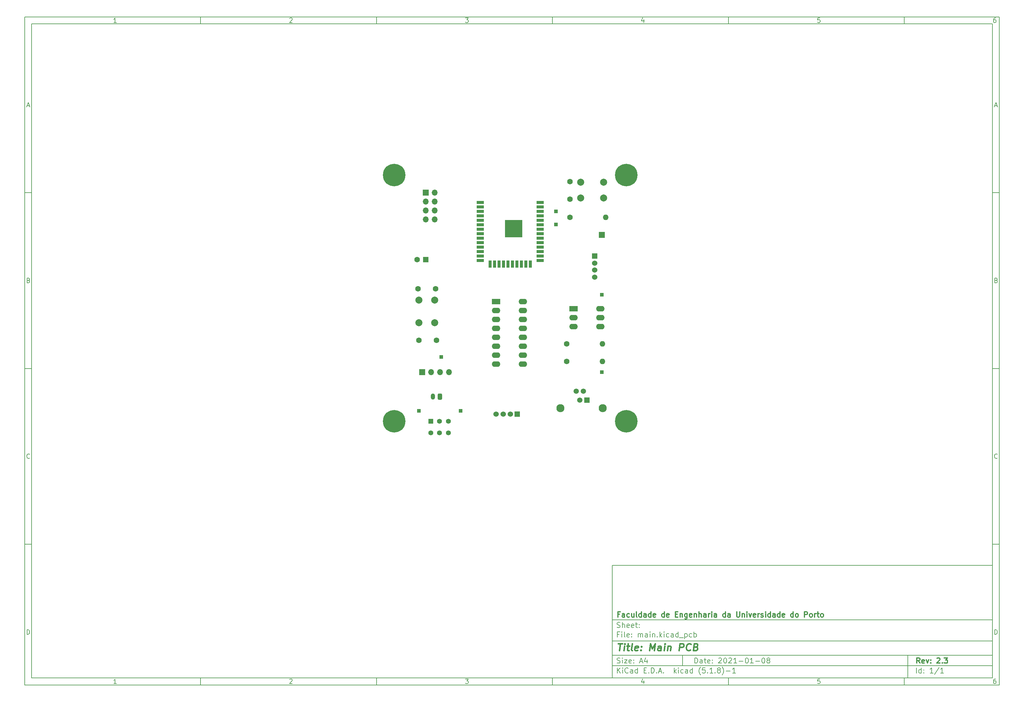
<source format=gbr>
%TF.GenerationSoftware,KiCad,Pcbnew,(5.1.8)-1*%
%TF.CreationDate,2021-01-08T10:56:16+00:00*%
%TF.ProjectId,main,6d61696e-2e6b-4696-9361-645f70636258,2.3*%
%TF.SameCoordinates,Original*%
%TF.FileFunction,Soldermask,Bot*%
%TF.FilePolarity,Negative*%
%FSLAX46Y46*%
G04 Gerber Fmt 4.6, Leading zero omitted, Abs format (unit mm)*
G04 Created by KiCad (PCBNEW (5.1.8)-1) date 2021-01-08 10:56:16*
%MOMM*%
%LPD*%
G01*
G04 APERTURE LIST*
%ADD10C,0.100000*%
%ADD11C,0.150000*%
%ADD12C,0.300000*%
%ADD13C,0.400000*%
%ADD14C,1.500000*%
%ADD15C,2.300000*%
%ADD16R,1.500000X1.500000*%
%ADD17C,1.524000*%
%ADD18R,1.524000X1.524000*%
%ADD19C,6.400000*%
%ADD20R,2.000000X0.900000*%
%ADD21R,0.900000X2.000000*%
%ADD22R,5.000000X5.000000*%
%ADD23O,2.400000X1.600000*%
%ADD24R,2.400000X1.600000*%
%ADD25C,2.000000*%
%ADD26O,1.600000X1.600000*%
%ADD27C,1.600000*%
%ADD28R,1.600000X1.600000*%
%ADD29R,1.000000X1.000000*%
%ADD30C,1.400000*%
%ADD31R,1.400000X1.400000*%
%ADD32O,1.700000X1.700000*%
%ADD33R,1.700000X1.700000*%
%ADD34O,1.200000X1.750000*%
G04 APERTURE END LIST*
D10*
D11*
X177002200Y-166007200D02*
X177002200Y-198007200D01*
X285002200Y-198007200D01*
X285002200Y-166007200D01*
X177002200Y-166007200D01*
D10*
D11*
X10000000Y-10000000D02*
X10000000Y-200007200D01*
X287002200Y-200007200D01*
X287002200Y-10000000D01*
X10000000Y-10000000D01*
D10*
D11*
X12000000Y-12000000D02*
X12000000Y-198007200D01*
X285002200Y-198007200D01*
X285002200Y-12000000D01*
X12000000Y-12000000D01*
D10*
D11*
X60000000Y-12000000D02*
X60000000Y-10000000D01*
D10*
D11*
X110000000Y-12000000D02*
X110000000Y-10000000D01*
D10*
D11*
X160000000Y-12000000D02*
X160000000Y-10000000D01*
D10*
D11*
X210000000Y-12000000D02*
X210000000Y-10000000D01*
D10*
D11*
X260000000Y-12000000D02*
X260000000Y-10000000D01*
D10*
D11*
X36065476Y-11588095D02*
X35322619Y-11588095D01*
X35694047Y-11588095D02*
X35694047Y-10288095D01*
X35570238Y-10473809D01*
X35446428Y-10597619D01*
X35322619Y-10659523D01*
D10*
D11*
X85322619Y-10411904D02*
X85384523Y-10350000D01*
X85508333Y-10288095D01*
X85817857Y-10288095D01*
X85941666Y-10350000D01*
X86003571Y-10411904D01*
X86065476Y-10535714D01*
X86065476Y-10659523D01*
X86003571Y-10845238D01*
X85260714Y-11588095D01*
X86065476Y-11588095D01*
D10*
D11*
X135260714Y-10288095D02*
X136065476Y-10288095D01*
X135632142Y-10783333D01*
X135817857Y-10783333D01*
X135941666Y-10845238D01*
X136003571Y-10907142D01*
X136065476Y-11030952D01*
X136065476Y-11340476D01*
X136003571Y-11464285D01*
X135941666Y-11526190D01*
X135817857Y-11588095D01*
X135446428Y-11588095D01*
X135322619Y-11526190D01*
X135260714Y-11464285D01*
D10*
D11*
X185941666Y-10721428D02*
X185941666Y-11588095D01*
X185632142Y-10226190D02*
X185322619Y-11154761D01*
X186127380Y-11154761D01*
D10*
D11*
X236003571Y-10288095D02*
X235384523Y-10288095D01*
X235322619Y-10907142D01*
X235384523Y-10845238D01*
X235508333Y-10783333D01*
X235817857Y-10783333D01*
X235941666Y-10845238D01*
X236003571Y-10907142D01*
X236065476Y-11030952D01*
X236065476Y-11340476D01*
X236003571Y-11464285D01*
X235941666Y-11526190D01*
X235817857Y-11588095D01*
X235508333Y-11588095D01*
X235384523Y-11526190D01*
X235322619Y-11464285D01*
D10*
D11*
X285941666Y-10288095D02*
X285694047Y-10288095D01*
X285570238Y-10350000D01*
X285508333Y-10411904D01*
X285384523Y-10597619D01*
X285322619Y-10845238D01*
X285322619Y-11340476D01*
X285384523Y-11464285D01*
X285446428Y-11526190D01*
X285570238Y-11588095D01*
X285817857Y-11588095D01*
X285941666Y-11526190D01*
X286003571Y-11464285D01*
X286065476Y-11340476D01*
X286065476Y-11030952D01*
X286003571Y-10907142D01*
X285941666Y-10845238D01*
X285817857Y-10783333D01*
X285570238Y-10783333D01*
X285446428Y-10845238D01*
X285384523Y-10907142D01*
X285322619Y-11030952D01*
D10*
D11*
X60000000Y-198007200D02*
X60000000Y-200007200D01*
D10*
D11*
X110000000Y-198007200D02*
X110000000Y-200007200D01*
D10*
D11*
X160000000Y-198007200D02*
X160000000Y-200007200D01*
D10*
D11*
X210000000Y-198007200D02*
X210000000Y-200007200D01*
D10*
D11*
X260000000Y-198007200D02*
X260000000Y-200007200D01*
D10*
D11*
X36065476Y-199595295D02*
X35322619Y-199595295D01*
X35694047Y-199595295D02*
X35694047Y-198295295D01*
X35570238Y-198481009D01*
X35446428Y-198604819D01*
X35322619Y-198666723D01*
D10*
D11*
X85322619Y-198419104D02*
X85384523Y-198357200D01*
X85508333Y-198295295D01*
X85817857Y-198295295D01*
X85941666Y-198357200D01*
X86003571Y-198419104D01*
X86065476Y-198542914D01*
X86065476Y-198666723D01*
X86003571Y-198852438D01*
X85260714Y-199595295D01*
X86065476Y-199595295D01*
D10*
D11*
X135260714Y-198295295D02*
X136065476Y-198295295D01*
X135632142Y-198790533D01*
X135817857Y-198790533D01*
X135941666Y-198852438D01*
X136003571Y-198914342D01*
X136065476Y-199038152D01*
X136065476Y-199347676D01*
X136003571Y-199471485D01*
X135941666Y-199533390D01*
X135817857Y-199595295D01*
X135446428Y-199595295D01*
X135322619Y-199533390D01*
X135260714Y-199471485D01*
D10*
D11*
X185941666Y-198728628D02*
X185941666Y-199595295D01*
X185632142Y-198233390D02*
X185322619Y-199161961D01*
X186127380Y-199161961D01*
D10*
D11*
X236003571Y-198295295D02*
X235384523Y-198295295D01*
X235322619Y-198914342D01*
X235384523Y-198852438D01*
X235508333Y-198790533D01*
X235817857Y-198790533D01*
X235941666Y-198852438D01*
X236003571Y-198914342D01*
X236065476Y-199038152D01*
X236065476Y-199347676D01*
X236003571Y-199471485D01*
X235941666Y-199533390D01*
X235817857Y-199595295D01*
X235508333Y-199595295D01*
X235384523Y-199533390D01*
X235322619Y-199471485D01*
D10*
D11*
X285941666Y-198295295D02*
X285694047Y-198295295D01*
X285570238Y-198357200D01*
X285508333Y-198419104D01*
X285384523Y-198604819D01*
X285322619Y-198852438D01*
X285322619Y-199347676D01*
X285384523Y-199471485D01*
X285446428Y-199533390D01*
X285570238Y-199595295D01*
X285817857Y-199595295D01*
X285941666Y-199533390D01*
X286003571Y-199471485D01*
X286065476Y-199347676D01*
X286065476Y-199038152D01*
X286003571Y-198914342D01*
X285941666Y-198852438D01*
X285817857Y-198790533D01*
X285570238Y-198790533D01*
X285446428Y-198852438D01*
X285384523Y-198914342D01*
X285322619Y-199038152D01*
D10*
D11*
X10000000Y-60000000D02*
X12000000Y-60000000D01*
D10*
D11*
X10000000Y-110000000D02*
X12000000Y-110000000D01*
D10*
D11*
X10000000Y-160000000D02*
X12000000Y-160000000D01*
D10*
D11*
X10690476Y-35216666D02*
X11309523Y-35216666D01*
X10566666Y-35588095D02*
X11000000Y-34288095D01*
X11433333Y-35588095D01*
D10*
D11*
X11092857Y-84907142D02*
X11278571Y-84969047D01*
X11340476Y-85030952D01*
X11402380Y-85154761D01*
X11402380Y-85340476D01*
X11340476Y-85464285D01*
X11278571Y-85526190D01*
X11154761Y-85588095D01*
X10659523Y-85588095D01*
X10659523Y-84288095D01*
X11092857Y-84288095D01*
X11216666Y-84350000D01*
X11278571Y-84411904D01*
X11340476Y-84535714D01*
X11340476Y-84659523D01*
X11278571Y-84783333D01*
X11216666Y-84845238D01*
X11092857Y-84907142D01*
X10659523Y-84907142D01*
D10*
D11*
X11402380Y-135464285D02*
X11340476Y-135526190D01*
X11154761Y-135588095D01*
X11030952Y-135588095D01*
X10845238Y-135526190D01*
X10721428Y-135402380D01*
X10659523Y-135278571D01*
X10597619Y-135030952D01*
X10597619Y-134845238D01*
X10659523Y-134597619D01*
X10721428Y-134473809D01*
X10845238Y-134350000D01*
X11030952Y-134288095D01*
X11154761Y-134288095D01*
X11340476Y-134350000D01*
X11402380Y-134411904D01*
D10*
D11*
X10659523Y-185588095D02*
X10659523Y-184288095D01*
X10969047Y-184288095D01*
X11154761Y-184350000D01*
X11278571Y-184473809D01*
X11340476Y-184597619D01*
X11402380Y-184845238D01*
X11402380Y-185030952D01*
X11340476Y-185278571D01*
X11278571Y-185402380D01*
X11154761Y-185526190D01*
X10969047Y-185588095D01*
X10659523Y-185588095D01*
D10*
D11*
X287002200Y-60000000D02*
X285002200Y-60000000D01*
D10*
D11*
X287002200Y-110000000D02*
X285002200Y-110000000D01*
D10*
D11*
X287002200Y-160000000D02*
X285002200Y-160000000D01*
D10*
D11*
X285692676Y-35216666D02*
X286311723Y-35216666D01*
X285568866Y-35588095D02*
X286002200Y-34288095D01*
X286435533Y-35588095D01*
D10*
D11*
X286095057Y-84907142D02*
X286280771Y-84969047D01*
X286342676Y-85030952D01*
X286404580Y-85154761D01*
X286404580Y-85340476D01*
X286342676Y-85464285D01*
X286280771Y-85526190D01*
X286156961Y-85588095D01*
X285661723Y-85588095D01*
X285661723Y-84288095D01*
X286095057Y-84288095D01*
X286218866Y-84350000D01*
X286280771Y-84411904D01*
X286342676Y-84535714D01*
X286342676Y-84659523D01*
X286280771Y-84783333D01*
X286218866Y-84845238D01*
X286095057Y-84907142D01*
X285661723Y-84907142D01*
D10*
D11*
X286404580Y-135464285D02*
X286342676Y-135526190D01*
X286156961Y-135588095D01*
X286033152Y-135588095D01*
X285847438Y-135526190D01*
X285723628Y-135402380D01*
X285661723Y-135278571D01*
X285599819Y-135030952D01*
X285599819Y-134845238D01*
X285661723Y-134597619D01*
X285723628Y-134473809D01*
X285847438Y-134350000D01*
X286033152Y-134288095D01*
X286156961Y-134288095D01*
X286342676Y-134350000D01*
X286404580Y-134411904D01*
D10*
D11*
X285661723Y-185588095D02*
X285661723Y-184288095D01*
X285971247Y-184288095D01*
X286156961Y-184350000D01*
X286280771Y-184473809D01*
X286342676Y-184597619D01*
X286404580Y-184845238D01*
X286404580Y-185030952D01*
X286342676Y-185278571D01*
X286280771Y-185402380D01*
X286156961Y-185526190D01*
X285971247Y-185588095D01*
X285661723Y-185588095D01*
D10*
D11*
X200434342Y-193785771D02*
X200434342Y-192285771D01*
X200791485Y-192285771D01*
X201005771Y-192357200D01*
X201148628Y-192500057D01*
X201220057Y-192642914D01*
X201291485Y-192928628D01*
X201291485Y-193142914D01*
X201220057Y-193428628D01*
X201148628Y-193571485D01*
X201005771Y-193714342D01*
X200791485Y-193785771D01*
X200434342Y-193785771D01*
X202577200Y-193785771D02*
X202577200Y-193000057D01*
X202505771Y-192857200D01*
X202362914Y-192785771D01*
X202077200Y-192785771D01*
X201934342Y-192857200D01*
X202577200Y-193714342D02*
X202434342Y-193785771D01*
X202077200Y-193785771D01*
X201934342Y-193714342D01*
X201862914Y-193571485D01*
X201862914Y-193428628D01*
X201934342Y-193285771D01*
X202077200Y-193214342D01*
X202434342Y-193214342D01*
X202577200Y-193142914D01*
X203077200Y-192785771D02*
X203648628Y-192785771D01*
X203291485Y-192285771D02*
X203291485Y-193571485D01*
X203362914Y-193714342D01*
X203505771Y-193785771D01*
X203648628Y-193785771D01*
X204720057Y-193714342D02*
X204577200Y-193785771D01*
X204291485Y-193785771D01*
X204148628Y-193714342D01*
X204077200Y-193571485D01*
X204077200Y-193000057D01*
X204148628Y-192857200D01*
X204291485Y-192785771D01*
X204577200Y-192785771D01*
X204720057Y-192857200D01*
X204791485Y-193000057D01*
X204791485Y-193142914D01*
X204077200Y-193285771D01*
X205434342Y-193642914D02*
X205505771Y-193714342D01*
X205434342Y-193785771D01*
X205362914Y-193714342D01*
X205434342Y-193642914D01*
X205434342Y-193785771D01*
X205434342Y-192857200D02*
X205505771Y-192928628D01*
X205434342Y-193000057D01*
X205362914Y-192928628D01*
X205434342Y-192857200D01*
X205434342Y-193000057D01*
X207220057Y-192428628D02*
X207291485Y-192357200D01*
X207434342Y-192285771D01*
X207791485Y-192285771D01*
X207934342Y-192357200D01*
X208005771Y-192428628D01*
X208077200Y-192571485D01*
X208077200Y-192714342D01*
X208005771Y-192928628D01*
X207148628Y-193785771D01*
X208077200Y-193785771D01*
X209005771Y-192285771D02*
X209148628Y-192285771D01*
X209291485Y-192357200D01*
X209362914Y-192428628D01*
X209434342Y-192571485D01*
X209505771Y-192857200D01*
X209505771Y-193214342D01*
X209434342Y-193500057D01*
X209362914Y-193642914D01*
X209291485Y-193714342D01*
X209148628Y-193785771D01*
X209005771Y-193785771D01*
X208862914Y-193714342D01*
X208791485Y-193642914D01*
X208720057Y-193500057D01*
X208648628Y-193214342D01*
X208648628Y-192857200D01*
X208720057Y-192571485D01*
X208791485Y-192428628D01*
X208862914Y-192357200D01*
X209005771Y-192285771D01*
X210077200Y-192428628D02*
X210148628Y-192357200D01*
X210291485Y-192285771D01*
X210648628Y-192285771D01*
X210791485Y-192357200D01*
X210862914Y-192428628D01*
X210934342Y-192571485D01*
X210934342Y-192714342D01*
X210862914Y-192928628D01*
X210005771Y-193785771D01*
X210934342Y-193785771D01*
X212362914Y-193785771D02*
X211505771Y-193785771D01*
X211934342Y-193785771D02*
X211934342Y-192285771D01*
X211791485Y-192500057D01*
X211648628Y-192642914D01*
X211505771Y-192714342D01*
X213005771Y-193214342D02*
X214148628Y-193214342D01*
X215148628Y-192285771D02*
X215291485Y-192285771D01*
X215434342Y-192357200D01*
X215505771Y-192428628D01*
X215577200Y-192571485D01*
X215648628Y-192857200D01*
X215648628Y-193214342D01*
X215577200Y-193500057D01*
X215505771Y-193642914D01*
X215434342Y-193714342D01*
X215291485Y-193785771D01*
X215148628Y-193785771D01*
X215005771Y-193714342D01*
X214934342Y-193642914D01*
X214862914Y-193500057D01*
X214791485Y-193214342D01*
X214791485Y-192857200D01*
X214862914Y-192571485D01*
X214934342Y-192428628D01*
X215005771Y-192357200D01*
X215148628Y-192285771D01*
X217077200Y-193785771D02*
X216220057Y-193785771D01*
X216648628Y-193785771D02*
X216648628Y-192285771D01*
X216505771Y-192500057D01*
X216362914Y-192642914D01*
X216220057Y-192714342D01*
X217720057Y-193214342D02*
X218862914Y-193214342D01*
X219862914Y-192285771D02*
X220005771Y-192285771D01*
X220148628Y-192357200D01*
X220220057Y-192428628D01*
X220291485Y-192571485D01*
X220362914Y-192857200D01*
X220362914Y-193214342D01*
X220291485Y-193500057D01*
X220220057Y-193642914D01*
X220148628Y-193714342D01*
X220005771Y-193785771D01*
X219862914Y-193785771D01*
X219720057Y-193714342D01*
X219648628Y-193642914D01*
X219577200Y-193500057D01*
X219505771Y-193214342D01*
X219505771Y-192857200D01*
X219577200Y-192571485D01*
X219648628Y-192428628D01*
X219720057Y-192357200D01*
X219862914Y-192285771D01*
X221220057Y-192928628D02*
X221077200Y-192857200D01*
X221005771Y-192785771D01*
X220934342Y-192642914D01*
X220934342Y-192571485D01*
X221005771Y-192428628D01*
X221077200Y-192357200D01*
X221220057Y-192285771D01*
X221505771Y-192285771D01*
X221648628Y-192357200D01*
X221720057Y-192428628D01*
X221791485Y-192571485D01*
X221791485Y-192642914D01*
X221720057Y-192785771D01*
X221648628Y-192857200D01*
X221505771Y-192928628D01*
X221220057Y-192928628D01*
X221077200Y-193000057D01*
X221005771Y-193071485D01*
X220934342Y-193214342D01*
X220934342Y-193500057D01*
X221005771Y-193642914D01*
X221077200Y-193714342D01*
X221220057Y-193785771D01*
X221505771Y-193785771D01*
X221648628Y-193714342D01*
X221720057Y-193642914D01*
X221791485Y-193500057D01*
X221791485Y-193214342D01*
X221720057Y-193071485D01*
X221648628Y-193000057D01*
X221505771Y-192928628D01*
D10*
D11*
X177002200Y-194507200D02*
X285002200Y-194507200D01*
D10*
D11*
X178434342Y-196585771D02*
X178434342Y-195085771D01*
X179291485Y-196585771D02*
X178648628Y-195728628D01*
X179291485Y-195085771D02*
X178434342Y-195942914D01*
X179934342Y-196585771D02*
X179934342Y-195585771D01*
X179934342Y-195085771D02*
X179862914Y-195157200D01*
X179934342Y-195228628D01*
X180005771Y-195157200D01*
X179934342Y-195085771D01*
X179934342Y-195228628D01*
X181505771Y-196442914D02*
X181434342Y-196514342D01*
X181220057Y-196585771D01*
X181077200Y-196585771D01*
X180862914Y-196514342D01*
X180720057Y-196371485D01*
X180648628Y-196228628D01*
X180577200Y-195942914D01*
X180577200Y-195728628D01*
X180648628Y-195442914D01*
X180720057Y-195300057D01*
X180862914Y-195157200D01*
X181077200Y-195085771D01*
X181220057Y-195085771D01*
X181434342Y-195157200D01*
X181505771Y-195228628D01*
X182791485Y-196585771D02*
X182791485Y-195800057D01*
X182720057Y-195657200D01*
X182577200Y-195585771D01*
X182291485Y-195585771D01*
X182148628Y-195657200D01*
X182791485Y-196514342D02*
X182648628Y-196585771D01*
X182291485Y-196585771D01*
X182148628Y-196514342D01*
X182077200Y-196371485D01*
X182077200Y-196228628D01*
X182148628Y-196085771D01*
X182291485Y-196014342D01*
X182648628Y-196014342D01*
X182791485Y-195942914D01*
X184148628Y-196585771D02*
X184148628Y-195085771D01*
X184148628Y-196514342D02*
X184005771Y-196585771D01*
X183720057Y-196585771D01*
X183577200Y-196514342D01*
X183505771Y-196442914D01*
X183434342Y-196300057D01*
X183434342Y-195871485D01*
X183505771Y-195728628D01*
X183577200Y-195657200D01*
X183720057Y-195585771D01*
X184005771Y-195585771D01*
X184148628Y-195657200D01*
X186005771Y-195800057D02*
X186505771Y-195800057D01*
X186720057Y-196585771D02*
X186005771Y-196585771D01*
X186005771Y-195085771D01*
X186720057Y-195085771D01*
X187362914Y-196442914D02*
X187434342Y-196514342D01*
X187362914Y-196585771D01*
X187291485Y-196514342D01*
X187362914Y-196442914D01*
X187362914Y-196585771D01*
X188077200Y-196585771D02*
X188077200Y-195085771D01*
X188434342Y-195085771D01*
X188648628Y-195157200D01*
X188791485Y-195300057D01*
X188862914Y-195442914D01*
X188934342Y-195728628D01*
X188934342Y-195942914D01*
X188862914Y-196228628D01*
X188791485Y-196371485D01*
X188648628Y-196514342D01*
X188434342Y-196585771D01*
X188077200Y-196585771D01*
X189577200Y-196442914D02*
X189648628Y-196514342D01*
X189577200Y-196585771D01*
X189505771Y-196514342D01*
X189577200Y-196442914D01*
X189577200Y-196585771D01*
X190220057Y-196157200D02*
X190934342Y-196157200D01*
X190077200Y-196585771D02*
X190577200Y-195085771D01*
X191077200Y-196585771D01*
X191577200Y-196442914D02*
X191648628Y-196514342D01*
X191577200Y-196585771D01*
X191505771Y-196514342D01*
X191577200Y-196442914D01*
X191577200Y-196585771D01*
X194577200Y-196585771D02*
X194577200Y-195085771D01*
X194720057Y-196014342D02*
X195148628Y-196585771D01*
X195148628Y-195585771D02*
X194577200Y-196157200D01*
X195791485Y-196585771D02*
X195791485Y-195585771D01*
X195791485Y-195085771D02*
X195720057Y-195157200D01*
X195791485Y-195228628D01*
X195862914Y-195157200D01*
X195791485Y-195085771D01*
X195791485Y-195228628D01*
X197148628Y-196514342D02*
X197005771Y-196585771D01*
X196720057Y-196585771D01*
X196577200Y-196514342D01*
X196505771Y-196442914D01*
X196434342Y-196300057D01*
X196434342Y-195871485D01*
X196505771Y-195728628D01*
X196577200Y-195657200D01*
X196720057Y-195585771D01*
X197005771Y-195585771D01*
X197148628Y-195657200D01*
X198434342Y-196585771D02*
X198434342Y-195800057D01*
X198362914Y-195657200D01*
X198220057Y-195585771D01*
X197934342Y-195585771D01*
X197791485Y-195657200D01*
X198434342Y-196514342D02*
X198291485Y-196585771D01*
X197934342Y-196585771D01*
X197791485Y-196514342D01*
X197720057Y-196371485D01*
X197720057Y-196228628D01*
X197791485Y-196085771D01*
X197934342Y-196014342D01*
X198291485Y-196014342D01*
X198434342Y-195942914D01*
X199791485Y-196585771D02*
X199791485Y-195085771D01*
X199791485Y-196514342D02*
X199648628Y-196585771D01*
X199362914Y-196585771D01*
X199220057Y-196514342D01*
X199148628Y-196442914D01*
X199077200Y-196300057D01*
X199077200Y-195871485D01*
X199148628Y-195728628D01*
X199220057Y-195657200D01*
X199362914Y-195585771D01*
X199648628Y-195585771D01*
X199791485Y-195657200D01*
X202077200Y-197157200D02*
X202005771Y-197085771D01*
X201862914Y-196871485D01*
X201791485Y-196728628D01*
X201720057Y-196514342D01*
X201648628Y-196157200D01*
X201648628Y-195871485D01*
X201720057Y-195514342D01*
X201791485Y-195300057D01*
X201862914Y-195157200D01*
X202005771Y-194942914D01*
X202077200Y-194871485D01*
X203362914Y-195085771D02*
X202648628Y-195085771D01*
X202577200Y-195800057D01*
X202648628Y-195728628D01*
X202791485Y-195657200D01*
X203148628Y-195657200D01*
X203291485Y-195728628D01*
X203362914Y-195800057D01*
X203434342Y-195942914D01*
X203434342Y-196300057D01*
X203362914Y-196442914D01*
X203291485Y-196514342D01*
X203148628Y-196585771D01*
X202791485Y-196585771D01*
X202648628Y-196514342D01*
X202577200Y-196442914D01*
X204077200Y-196442914D02*
X204148628Y-196514342D01*
X204077200Y-196585771D01*
X204005771Y-196514342D01*
X204077200Y-196442914D01*
X204077200Y-196585771D01*
X205577200Y-196585771D02*
X204720057Y-196585771D01*
X205148628Y-196585771D02*
X205148628Y-195085771D01*
X205005771Y-195300057D01*
X204862914Y-195442914D01*
X204720057Y-195514342D01*
X206220057Y-196442914D02*
X206291485Y-196514342D01*
X206220057Y-196585771D01*
X206148628Y-196514342D01*
X206220057Y-196442914D01*
X206220057Y-196585771D01*
X207148628Y-195728628D02*
X207005771Y-195657200D01*
X206934342Y-195585771D01*
X206862914Y-195442914D01*
X206862914Y-195371485D01*
X206934342Y-195228628D01*
X207005771Y-195157200D01*
X207148628Y-195085771D01*
X207434342Y-195085771D01*
X207577200Y-195157200D01*
X207648628Y-195228628D01*
X207720057Y-195371485D01*
X207720057Y-195442914D01*
X207648628Y-195585771D01*
X207577200Y-195657200D01*
X207434342Y-195728628D01*
X207148628Y-195728628D01*
X207005771Y-195800057D01*
X206934342Y-195871485D01*
X206862914Y-196014342D01*
X206862914Y-196300057D01*
X206934342Y-196442914D01*
X207005771Y-196514342D01*
X207148628Y-196585771D01*
X207434342Y-196585771D01*
X207577200Y-196514342D01*
X207648628Y-196442914D01*
X207720057Y-196300057D01*
X207720057Y-196014342D01*
X207648628Y-195871485D01*
X207577200Y-195800057D01*
X207434342Y-195728628D01*
X208220057Y-197157200D02*
X208291485Y-197085771D01*
X208434342Y-196871485D01*
X208505771Y-196728628D01*
X208577200Y-196514342D01*
X208648628Y-196157200D01*
X208648628Y-195871485D01*
X208577200Y-195514342D01*
X208505771Y-195300057D01*
X208434342Y-195157200D01*
X208291485Y-194942914D01*
X208220057Y-194871485D01*
X209362914Y-196014342D02*
X210505771Y-196014342D01*
X212005771Y-196585771D02*
X211148628Y-196585771D01*
X211577200Y-196585771D02*
X211577200Y-195085771D01*
X211434342Y-195300057D01*
X211291485Y-195442914D01*
X211148628Y-195514342D01*
D10*
D11*
X177002200Y-191507200D02*
X285002200Y-191507200D01*
D10*
D12*
X264411485Y-193785771D02*
X263911485Y-193071485D01*
X263554342Y-193785771D02*
X263554342Y-192285771D01*
X264125771Y-192285771D01*
X264268628Y-192357200D01*
X264340057Y-192428628D01*
X264411485Y-192571485D01*
X264411485Y-192785771D01*
X264340057Y-192928628D01*
X264268628Y-193000057D01*
X264125771Y-193071485D01*
X263554342Y-193071485D01*
X265625771Y-193714342D02*
X265482914Y-193785771D01*
X265197200Y-193785771D01*
X265054342Y-193714342D01*
X264982914Y-193571485D01*
X264982914Y-193000057D01*
X265054342Y-192857200D01*
X265197200Y-192785771D01*
X265482914Y-192785771D01*
X265625771Y-192857200D01*
X265697200Y-193000057D01*
X265697200Y-193142914D01*
X264982914Y-193285771D01*
X266197200Y-192785771D02*
X266554342Y-193785771D01*
X266911485Y-192785771D01*
X267482914Y-193642914D02*
X267554342Y-193714342D01*
X267482914Y-193785771D01*
X267411485Y-193714342D01*
X267482914Y-193642914D01*
X267482914Y-193785771D01*
X267482914Y-192857200D02*
X267554342Y-192928628D01*
X267482914Y-193000057D01*
X267411485Y-192928628D01*
X267482914Y-192857200D01*
X267482914Y-193000057D01*
X269268628Y-192428628D02*
X269340057Y-192357200D01*
X269482914Y-192285771D01*
X269840057Y-192285771D01*
X269982914Y-192357200D01*
X270054342Y-192428628D01*
X270125771Y-192571485D01*
X270125771Y-192714342D01*
X270054342Y-192928628D01*
X269197200Y-193785771D01*
X270125771Y-193785771D01*
X270768628Y-193642914D02*
X270840057Y-193714342D01*
X270768628Y-193785771D01*
X270697200Y-193714342D01*
X270768628Y-193642914D01*
X270768628Y-193785771D01*
X271340057Y-192285771D02*
X272268628Y-192285771D01*
X271768628Y-192857200D01*
X271982914Y-192857200D01*
X272125771Y-192928628D01*
X272197200Y-193000057D01*
X272268628Y-193142914D01*
X272268628Y-193500057D01*
X272197200Y-193642914D01*
X272125771Y-193714342D01*
X271982914Y-193785771D01*
X271554342Y-193785771D01*
X271411485Y-193714342D01*
X271340057Y-193642914D01*
D10*
D11*
X178362914Y-193714342D02*
X178577200Y-193785771D01*
X178934342Y-193785771D01*
X179077200Y-193714342D01*
X179148628Y-193642914D01*
X179220057Y-193500057D01*
X179220057Y-193357200D01*
X179148628Y-193214342D01*
X179077200Y-193142914D01*
X178934342Y-193071485D01*
X178648628Y-193000057D01*
X178505771Y-192928628D01*
X178434342Y-192857200D01*
X178362914Y-192714342D01*
X178362914Y-192571485D01*
X178434342Y-192428628D01*
X178505771Y-192357200D01*
X178648628Y-192285771D01*
X179005771Y-192285771D01*
X179220057Y-192357200D01*
X179862914Y-193785771D02*
X179862914Y-192785771D01*
X179862914Y-192285771D02*
X179791485Y-192357200D01*
X179862914Y-192428628D01*
X179934342Y-192357200D01*
X179862914Y-192285771D01*
X179862914Y-192428628D01*
X180434342Y-192785771D02*
X181220057Y-192785771D01*
X180434342Y-193785771D01*
X181220057Y-193785771D01*
X182362914Y-193714342D02*
X182220057Y-193785771D01*
X181934342Y-193785771D01*
X181791485Y-193714342D01*
X181720057Y-193571485D01*
X181720057Y-193000057D01*
X181791485Y-192857200D01*
X181934342Y-192785771D01*
X182220057Y-192785771D01*
X182362914Y-192857200D01*
X182434342Y-193000057D01*
X182434342Y-193142914D01*
X181720057Y-193285771D01*
X183077200Y-193642914D02*
X183148628Y-193714342D01*
X183077200Y-193785771D01*
X183005771Y-193714342D01*
X183077200Y-193642914D01*
X183077200Y-193785771D01*
X183077200Y-192857200D02*
X183148628Y-192928628D01*
X183077200Y-193000057D01*
X183005771Y-192928628D01*
X183077200Y-192857200D01*
X183077200Y-193000057D01*
X184862914Y-193357200D02*
X185577200Y-193357200D01*
X184720057Y-193785771D02*
X185220057Y-192285771D01*
X185720057Y-193785771D01*
X186862914Y-192785771D02*
X186862914Y-193785771D01*
X186505771Y-192214342D02*
X186148628Y-193285771D01*
X187077200Y-193285771D01*
D10*
D11*
X263434342Y-196585771D02*
X263434342Y-195085771D01*
X264791485Y-196585771D02*
X264791485Y-195085771D01*
X264791485Y-196514342D02*
X264648628Y-196585771D01*
X264362914Y-196585771D01*
X264220057Y-196514342D01*
X264148628Y-196442914D01*
X264077200Y-196300057D01*
X264077200Y-195871485D01*
X264148628Y-195728628D01*
X264220057Y-195657200D01*
X264362914Y-195585771D01*
X264648628Y-195585771D01*
X264791485Y-195657200D01*
X265505771Y-196442914D02*
X265577200Y-196514342D01*
X265505771Y-196585771D01*
X265434342Y-196514342D01*
X265505771Y-196442914D01*
X265505771Y-196585771D01*
X265505771Y-195657200D02*
X265577200Y-195728628D01*
X265505771Y-195800057D01*
X265434342Y-195728628D01*
X265505771Y-195657200D01*
X265505771Y-195800057D01*
X268148628Y-196585771D02*
X267291485Y-196585771D01*
X267720057Y-196585771D02*
X267720057Y-195085771D01*
X267577200Y-195300057D01*
X267434342Y-195442914D01*
X267291485Y-195514342D01*
X269862914Y-195014342D02*
X268577200Y-196942914D01*
X271148628Y-196585771D02*
X270291485Y-196585771D01*
X270720057Y-196585771D02*
X270720057Y-195085771D01*
X270577200Y-195300057D01*
X270434342Y-195442914D01*
X270291485Y-195514342D01*
D10*
D11*
X177002200Y-187507200D02*
X285002200Y-187507200D01*
D10*
D13*
X178714580Y-188211961D02*
X179857438Y-188211961D01*
X179036009Y-190211961D02*
X179286009Y-188211961D01*
X180274104Y-190211961D02*
X180440771Y-188878628D01*
X180524104Y-188211961D02*
X180416961Y-188307200D01*
X180500295Y-188402438D01*
X180607438Y-188307200D01*
X180524104Y-188211961D01*
X180500295Y-188402438D01*
X181107438Y-188878628D02*
X181869342Y-188878628D01*
X181476485Y-188211961D02*
X181262200Y-189926247D01*
X181333628Y-190116723D01*
X181512200Y-190211961D01*
X181702676Y-190211961D01*
X182655057Y-190211961D02*
X182476485Y-190116723D01*
X182405057Y-189926247D01*
X182619342Y-188211961D01*
X184190771Y-190116723D02*
X183988390Y-190211961D01*
X183607438Y-190211961D01*
X183428866Y-190116723D01*
X183357438Y-189926247D01*
X183452676Y-189164342D01*
X183571723Y-188973866D01*
X183774104Y-188878628D01*
X184155057Y-188878628D01*
X184333628Y-188973866D01*
X184405057Y-189164342D01*
X184381247Y-189354819D01*
X183405057Y-189545295D01*
X185155057Y-190021485D02*
X185238390Y-190116723D01*
X185131247Y-190211961D01*
X185047914Y-190116723D01*
X185155057Y-190021485D01*
X185131247Y-190211961D01*
X185286009Y-188973866D02*
X185369342Y-189069104D01*
X185262200Y-189164342D01*
X185178866Y-189069104D01*
X185286009Y-188973866D01*
X185262200Y-189164342D01*
X187607438Y-190211961D02*
X187857438Y-188211961D01*
X188345533Y-189640533D01*
X189190771Y-188211961D01*
X188940771Y-190211961D01*
X190750295Y-190211961D02*
X190881247Y-189164342D01*
X190809819Y-188973866D01*
X190631247Y-188878628D01*
X190250295Y-188878628D01*
X190047914Y-188973866D01*
X190762200Y-190116723D02*
X190559819Y-190211961D01*
X190083628Y-190211961D01*
X189905057Y-190116723D01*
X189833628Y-189926247D01*
X189857438Y-189735771D01*
X189976485Y-189545295D01*
X190178866Y-189450057D01*
X190655057Y-189450057D01*
X190857438Y-189354819D01*
X191702676Y-190211961D02*
X191869342Y-188878628D01*
X191952676Y-188211961D02*
X191845533Y-188307200D01*
X191928866Y-188402438D01*
X192036009Y-188307200D01*
X191952676Y-188211961D01*
X191928866Y-188402438D01*
X192821723Y-188878628D02*
X192655057Y-190211961D01*
X192797914Y-189069104D02*
X192905057Y-188973866D01*
X193107438Y-188878628D01*
X193393152Y-188878628D01*
X193571723Y-188973866D01*
X193643152Y-189164342D01*
X193512200Y-190211961D01*
X195988390Y-190211961D02*
X196238390Y-188211961D01*
X197000295Y-188211961D01*
X197178866Y-188307200D01*
X197262200Y-188402438D01*
X197333628Y-188592914D01*
X197297914Y-188878628D01*
X197178866Y-189069104D01*
X197071723Y-189164342D01*
X196869342Y-189259580D01*
X196107438Y-189259580D01*
X199155057Y-190021485D02*
X199047914Y-190116723D01*
X198750295Y-190211961D01*
X198559819Y-190211961D01*
X198286009Y-190116723D01*
X198119342Y-189926247D01*
X198047914Y-189735771D01*
X198000295Y-189354819D01*
X198036009Y-189069104D01*
X198178866Y-188688152D01*
X198297914Y-188497676D01*
X198512200Y-188307200D01*
X198809819Y-188211961D01*
X199000295Y-188211961D01*
X199274104Y-188307200D01*
X199357438Y-188402438D01*
X200786009Y-189164342D02*
X201059819Y-189259580D01*
X201143152Y-189354819D01*
X201214580Y-189545295D01*
X201178866Y-189831009D01*
X201059819Y-190021485D01*
X200952676Y-190116723D01*
X200750295Y-190211961D01*
X199988390Y-190211961D01*
X200238390Y-188211961D01*
X200905057Y-188211961D01*
X201083628Y-188307200D01*
X201166961Y-188402438D01*
X201238390Y-188592914D01*
X201214580Y-188783390D01*
X201095533Y-188973866D01*
X200988390Y-189069104D01*
X200786009Y-189164342D01*
X200119342Y-189164342D01*
D10*
D11*
X178934342Y-185600057D02*
X178434342Y-185600057D01*
X178434342Y-186385771D02*
X178434342Y-184885771D01*
X179148628Y-184885771D01*
X179720057Y-186385771D02*
X179720057Y-185385771D01*
X179720057Y-184885771D02*
X179648628Y-184957200D01*
X179720057Y-185028628D01*
X179791485Y-184957200D01*
X179720057Y-184885771D01*
X179720057Y-185028628D01*
X180648628Y-186385771D02*
X180505771Y-186314342D01*
X180434342Y-186171485D01*
X180434342Y-184885771D01*
X181791485Y-186314342D02*
X181648628Y-186385771D01*
X181362914Y-186385771D01*
X181220057Y-186314342D01*
X181148628Y-186171485D01*
X181148628Y-185600057D01*
X181220057Y-185457200D01*
X181362914Y-185385771D01*
X181648628Y-185385771D01*
X181791485Y-185457200D01*
X181862914Y-185600057D01*
X181862914Y-185742914D01*
X181148628Y-185885771D01*
X182505771Y-186242914D02*
X182577200Y-186314342D01*
X182505771Y-186385771D01*
X182434342Y-186314342D01*
X182505771Y-186242914D01*
X182505771Y-186385771D01*
X182505771Y-185457200D02*
X182577200Y-185528628D01*
X182505771Y-185600057D01*
X182434342Y-185528628D01*
X182505771Y-185457200D01*
X182505771Y-185600057D01*
X184362914Y-186385771D02*
X184362914Y-185385771D01*
X184362914Y-185528628D02*
X184434342Y-185457200D01*
X184577200Y-185385771D01*
X184791485Y-185385771D01*
X184934342Y-185457200D01*
X185005771Y-185600057D01*
X185005771Y-186385771D01*
X185005771Y-185600057D02*
X185077200Y-185457200D01*
X185220057Y-185385771D01*
X185434342Y-185385771D01*
X185577200Y-185457200D01*
X185648628Y-185600057D01*
X185648628Y-186385771D01*
X187005771Y-186385771D02*
X187005771Y-185600057D01*
X186934342Y-185457200D01*
X186791485Y-185385771D01*
X186505771Y-185385771D01*
X186362914Y-185457200D01*
X187005771Y-186314342D02*
X186862914Y-186385771D01*
X186505771Y-186385771D01*
X186362914Y-186314342D01*
X186291485Y-186171485D01*
X186291485Y-186028628D01*
X186362914Y-185885771D01*
X186505771Y-185814342D01*
X186862914Y-185814342D01*
X187005771Y-185742914D01*
X187720057Y-186385771D02*
X187720057Y-185385771D01*
X187720057Y-184885771D02*
X187648628Y-184957200D01*
X187720057Y-185028628D01*
X187791485Y-184957200D01*
X187720057Y-184885771D01*
X187720057Y-185028628D01*
X188434342Y-185385771D02*
X188434342Y-186385771D01*
X188434342Y-185528628D02*
X188505771Y-185457200D01*
X188648628Y-185385771D01*
X188862914Y-185385771D01*
X189005771Y-185457200D01*
X189077200Y-185600057D01*
X189077200Y-186385771D01*
X189791485Y-186242914D02*
X189862914Y-186314342D01*
X189791485Y-186385771D01*
X189720057Y-186314342D01*
X189791485Y-186242914D01*
X189791485Y-186385771D01*
X190505771Y-186385771D02*
X190505771Y-184885771D01*
X190648628Y-185814342D02*
X191077200Y-186385771D01*
X191077200Y-185385771D02*
X190505771Y-185957200D01*
X191720057Y-186385771D02*
X191720057Y-185385771D01*
X191720057Y-184885771D02*
X191648628Y-184957200D01*
X191720057Y-185028628D01*
X191791485Y-184957200D01*
X191720057Y-184885771D01*
X191720057Y-185028628D01*
X193077200Y-186314342D02*
X192934342Y-186385771D01*
X192648628Y-186385771D01*
X192505771Y-186314342D01*
X192434342Y-186242914D01*
X192362914Y-186100057D01*
X192362914Y-185671485D01*
X192434342Y-185528628D01*
X192505771Y-185457200D01*
X192648628Y-185385771D01*
X192934342Y-185385771D01*
X193077200Y-185457200D01*
X194362914Y-186385771D02*
X194362914Y-185600057D01*
X194291485Y-185457200D01*
X194148628Y-185385771D01*
X193862914Y-185385771D01*
X193720057Y-185457200D01*
X194362914Y-186314342D02*
X194220057Y-186385771D01*
X193862914Y-186385771D01*
X193720057Y-186314342D01*
X193648628Y-186171485D01*
X193648628Y-186028628D01*
X193720057Y-185885771D01*
X193862914Y-185814342D01*
X194220057Y-185814342D01*
X194362914Y-185742914D01*
X195720057Y-186385771D02*
X195720057Y-184885771D01*
X195720057Y-186314342D02*
X195577200Y-186385771D01*
X195291485Y-186385771D01*
X195148628Y-186314342D01*
X195077200Y-186242914D01*
X195005771Y-186100057D01*
X195005771Y-185671485D01*
X195077200Y-185528628D01*
X195148628Y-185457200D01*
X195291485Y-185385771D01*
X195577200Y-185385771D01*
X195720057Y-185457200D01*
X196077200Y-186528628D02*
X197220057Y-186528628D01*
X197577200Y-185385771D02*
X197577200Y-186885771D01*
X197577200Y-185457200D02*
X197720057Y-185385771D01*
X198005771Y-185385771D01*
X198148628Y-185457200D01*
X198220057Y-185528628D01*
X198291485Y-185671485D01*
X198291485Y-186100057D01*
X198220057Y-186242914D01*
X198148628Y-186314342D01*
X198005771Y-186385771D01*
X197720057Y-186385771D01*
X197577200Y-186314342D01*
X199577200Y-186314342D02*
X199434342Y-186385771D01*
X199148628Y-186385771D01*
X199005771Y-186314342D01*
X198934342Y-186242914D01*
X198862914Y-186100057D01*
X198862914Y-185671485D01*
X198934342Y-185528628D01*
X199005771Y-185457200D01*
X199148628Y-185385771D01*
X199434342Y-185385771D01*
X199577200Y-185457200D01*
X200220057Y-186385771D02*
X200220057Y-184885771D01*
X200220057Y-185457200D02*
X200362914Y-185385771D01*
X200648628Y-185385771D01*
X200791485Y-185457200D01*
X200862914Y-185528628D01*
X200934342Y-185671485D01*
X200934342Y-186100057D01*
X200862914Y-186242914D01*
X200791485Y-186314342D01*
X200648628Y-186385771D01*
X200362914Y-186385771D01*
X200220057Y-186314342D01*
D10*
D11*
X177002200Y-181507200D02*
X285002200Y-181507200D01*
D10*
D11*
X178362914Y-183614342D02*
X178577200Y-183685771D01*
X178934342Y-183685771D01*
X179077200Y-183614342D01*
X179148628Y-183542914D01*
X179220057Y-183400057D01*
X179220057Y-183257200D01*
X179148628Y-183114342D01*
X179077200Y-183042914D01*
X178934342Y-182971485D01*
X178648628Y-182900057D01*
X178505771Y-182828628D01*
X178434342Y-182757200D01*
X178362914Y-182614342D01*
X178362914Y-182471485D01*
X178434342Y-182328628D01*
X178505771Y-182257200D01*
X178648628Y-182185771D01*
X179005771Y-182185771D01*
X179220057Y-182257200D01*
X179862914Y-183685771D02*
X179862914Y-182185771D01*
X180505771Y-183685771D02*
X180505771Y-182900057D01*
X180434342Y-182757200D01*
X180291485Y-182685771D01*
X180077200Y-182685771D01*
X179934342Y-182757200D01*
X179862914Y-182828628D01*
X181791485Y-183614342D02*
X181648628Y-183685771D01*
X181362914Y-183685771D01*
X181220057Y-183614342D01*
X181148628Y-183471485D01*
X181148628Y-182900057D01*
X181220057Y-182757200D01*
X181362914Y-182685771D01*
X181648628Y-182685771D01*
X181791485Y-182757200D01*
X181862914Y-182900057D01*
X181862914Y-183042914D01*
X181148628Y-183185771D01*
X183077200Y-183614342D02*
X182934342Y-183685771D01*
X182648628Y-183685771D01*
X182505771Y-183614342D01*
X182434342Y-183471485D01*
X182434342Y-182900057D01*
X182505771Y-182757200D01*
X182648628Y-182685771D01*
X182934342Y-182685771D01*
X183077200Y-182757200D01*
X183148628Y-182900057D01*
X183148628Y-183042914D01*
X182434342Y-183185771D01*
X183577200Y-182685771D02*
X184148628Y-182685771D01*
X183791485Y-182185771D02*
X183791485Y-183471485D01*
X183862914Y-183614342D01*
X184005771Y-183685771D01*
X184148628Y-183685771D01*
X184648628Y-183542914D02*
X184720057Y-183614342D01*
X184648628Y-183685771D01*
X184577200Y-183614342D01*
X184648628Y-183542914D01*
X184648628Y-183685771D01*
X184648628Y-182757200D02*
X184720057Y-182828628D01*
X184648628Y-182900057D01*
X184577200Y-182828628D01*
X184648628Y-182757200D01*
X184648628Y-182900057D01*
D10*
D12*
X179054342Y-179900057D02*
X178554342Y-179900057D01*
X178554342Y-180685771D02*
X178554342Y-179185771D01*
X179268628Y-179185771D01*
X180482914Y-180685771D02*
X180482914Y-179900057D01*
X180411485Y-179757200D01*
X180268628Y-179685771D01*
X179982914Y-179685771D01*
X179840057Y-179757200D01*
X180482914Y-180614342D02*
X180340057Y-180685771D01*
X179982914Y-180685771D01*
X179840057Y-180614342D01*
X179768628Y-180471485D01*
X179768628Y-180328628D01*
X179840057Y-180185771D01*
X179982914Y-180114342D01*
X180340057Y-180114342D01*
X180482914Y-180042914D01*
X181840057Y-180614342D02*
X181697200Y-180685771D01*
X181411485Y-180685771D01*
X181268628Y-180614342D01*
X181197200Y-180542914D01*
X181125771Y-180400057D01*
X181125771Y-179971485D01*
X181197200Y-179828628D01*
X181268628Y-179757200D01*
X181411485Y-179685771D01*
X181697200Y-179685771D01*
X181840057Y-179757200D01*
X183125771Y-179685771D02*
X183125771Y-180685771D01*
X182482914Y-179685771D02*
X182482914Y-180471485D01*
X182554342Y-180614342D01*
X182697200Y-180685771D01*
X182911485Y-180685771D01*
X183054342Y-180614342D01*
X183125771Y-180542914D01*
X184054342Y-180685771D02*
X183911485Y-180614342D01*
X183840057Y-180471485D01*
X183840057Y-179185771D01*
X185268628Y-180685771D02*
X185268628Y-179185771D01*
X185268628Y-180614342D02*
X185125771Y-180685771D01*
X184840057Y-180685771D01*
X184697200Y-180614342D01*
X184625771Y-180542914D01*
X184554342Y-180400057D01*
X184554342Y-179971485D01*
X184625771Y-179828628D01*
X184697200Y-179757200D01*
X184840057Y-179685771D01*
X185125771Y-179685771D01*
X185268628Y-179757200D01*
X186625771Y-180685771D02*
X186625771Y-179900057D01*
X186554342Y-179757200D01*
X186411485Y-179685771D01*
X186125771Y-179685771D01*
X185982914Y-179757200D01*
X186625771Y-180614342D02*
X186482914Y-180685771D01*
X186125771Y-180685771D01*
X185982914Y-180614342D01*
X185911485Y-180471485D01*
X185911485Y-180328628D01*
X185982914Y-180185771D01*
X186125771Y-180114342D01*
X186482914Y-180114342D01*
X186625771Y-180042914D01*
X187982914Y-180685771D02*
X187982914Y-179185771D01*
X187982914Y-180614342D02*
X187840057Y-180685771D01*
X187554342Y-180685771D01*
X187411485Y-180614342D01*
X187340057Y-180542914D01*
X187268628Y-180400057D01*
X187268628Y-179971485D01*
X187340057Y-179828628D01*
X187411485Y-179757200D01*
X187554342Y-179685771D01*
X187840057Y-179685771D01*
X187982914Y-179757200D01*
X189268628Y-180614342D02*
X189125771Y-180685771D01*
X188840057Y-180685771D01*
X188697200Y-180614342D01*
X188625771Y-180471485D01*
X188625771Y-179900057D01*
X188697200Y-179757200D01*
X188840057Y-179685771D01*
X189125771Y-179685771D01*
X189268628Y-179757200D01*
X189340057Y-179900057D01*
X189340057Y-180042914D01*
X188625771Y-180185771D01*
X191768628Y-180685771D02*
X191768628Y-179185771D01*
X191768628Y-180614342D02*
X191625771Y-180685771D01*
X191340057Y-180685771D01*
X191197200Y-180614342D01*
X191125771Y-180542914D01*
X191054342Y-180400057D01*
X191054342Y-179971485D01*
X191125771Y-179828628D01*
X191197200Y-179757200D01*
X191340057Y-179685771D01*
X191625771Y-179685771D01*
X191768628Y-179757200D01*
X193054342Y-180614342D02*
X192911485Y-180685771D01*
X192625771Y-180685771D01*
X192482914Y-180614342D01*
X192411485Y-180471485D01*
X192411485Y-179900057D01*
X192482914Y-179757200D01*
X192625771Y-179685771D01*
X192911485Y-179685771D01*
X193054342Y-179757200D01*
X193125771Y-179900057D01*
X193125771Y-180042914D01*
X192411485Y-180185771D01*
X194911485Y-179900057D02*
X195411485Y-179900057D01*
X195625771Y-180685771D02*
X194911485Y-180685771D01*
X194911485Y-179185771D01*
X195625771Y-179185771D01*
X196268628Y-179685771D02*
X196268628Y-180685771D01*
X196268628Y-179828628D02*
X196340057Y-179757200D01*
X196482914Y-179685771D01*
X196697200Y-179685771D01*
X196840057Y-179757200D01*
X196911485Y-179900057D01*
X196911485Y-180685771D01*
X198268628Y-179685771D02*
X198268628Y-180900057D01*
X198197200Y-181042914D01*
X198125771Y-181114342D01*
X197982914Y-181185771D01*
X197768628Y-181185771D01*
X197625771Y-181114342D01*
X198268628Y-180614342D02*
X198125771Y-180685771D01*
X197840057Y-180685771D01*
X197697200Y-180614342D01*
X197625771Y-180542914D01*
X197554342Y-180400057D01*
X197554342Y-179971485D01*
X197625771Y-179828628D01*
X197697200Y-179757200D01*
X197840057Y-179685771D01*
X198125771Y-179685771D01*
X198268628Y-179757200D01*
X199554342Y-180614342D02*
X199411485Y-180685771D01*
X199125771Y-180685771D01*
X198982914Y-180614342D01*
X198911485Y-180471485D01*
X198911485Y-179900057D01*
X198982914Y-179757200D01*
X199125771Y-179685771D01*
X199411485Y-179685771D01*
X199554342Y-179757200D01*
X199625771Y-179900057D01*
X199625771Y-180042914D01*
X198911485Y-180185771D01*
X200268628Y-179685771D02*
X200268628Y-180685771D01*
X200268628Y-179828628D02*
X200340057Y-179757200D01*
X200482914Y-179685771D01*
X200697200Y-179685771D01*
X200840057Y-179757200D01*
X200911485Y-179900057D01*
X200911485Y-180685771D01*
X201625771Y-180685771D02*
X201625771Y-179185771D01*
X202268628Y-180685771D02*
X202268628Y-179900057D01*
X202197200Y-179757200D01*
X202054342Y-179685771D01*
X201840057Y-179685771D01*
X201697200Y-179757200D01*
X201625771Y-179828628D01*
X203625771Y-180685771D02*
X203625771Y-179900057D01*
X203554342Y-179757200D01*
X203411485Y-179685771D01*
X203125771Y-179685771D01*
X202982914Y-179757200D01*
X203625771Y-180614342D02*
X203482914Y-180685771D01*
X203125771Y-180685771D01*
X202982914Y-180614342D01*
X202911485Y-180471485D01*
X202911485Y-180328628D01*
X202982914Y-180185771D01*
X203125771Y-180114342D01*
X203482914Y-180114342D01*
X203625771Y-180042914D01*
X204340057Y-180685771D02*
X204340057Y-179685771D01*
X204340057Y-179971485D02*
X204411485Y-179828628D01*
X204482914Y-179757200D01*
X204625771Y-179685771D01*
X204768628Y-179685771D01*
X205268628Y-180685771D02*
X205268628Y-179685771D01*
X205268628Y-179185771D02*
X205197200Y-179257200D01*
X205268628Y-179328628D01*
X205340057Y-179257200D01*
X205268628Y-179185771D01*
X205268628Y-179328628D01*
X206625771Y-180685771D02*
X206625771Y-179900057D01*
X206554342Y-179757200D01*
X206411485Y-179685771D01*
X206125771Y-179685771D01*
X205982914Y-179757200D01*
X206625771Y-180614342D02*
X206482914Y-180685771D01*
X206125771Y-180685771D01*
X205982914Y-180614342D01*
X205911485Y-180471485D01*
X205911485Y-180328628D01*
X205982914Y-180185771D01*
X206125771Y-180114342D01*
X206482914Y-180114342D01*
X206625771Y-180042914D01*
X209125771Y-180685771D02*
X209125771Y-179185771D01*
X209125771Y-180614342D02*
X208982914Y-180685771D01*
X208697200Y-180685771D01*
X208554342Y-180614342D01*
X208482914Y-180542914D01*
X208411485Y-180400057D01*
X208411485Y-179971485D01*
X208482914Y-179828628D01*
X208554342Y-179757200D01*
X208697200Y-179685771D01*
X208982914Y-179685771D01*
X209125771Y-179757200D01*
X210482914Y-180685771D02*
X210482914Y-179900057D01*
X210411485Y-179757200D01*
X210268628Y-179685771D01*
X209982914Y-179685771D01*
X209840057Y-179757200D01*
X210482914Y-180614342D02*
X210340057Y-180685771D01*
X209982914Y-180685771D01*
X209840057Y-180614342D01*
X209768628Y-180471485D01*
X209768628Y-180328628D01*
X209840057Y-180185771D01*
X209982914Y-180114342D01*
X210340057Y-180114342D01*
X210482914Y-180042914D01*
X212340057Y-179185771D02*
X212340057Y-180400057D01*
X212411485Y-180542914D01*
X212482914Y-180614342D01*
X212625771Y-180685771D01*
X212911485Y-180685771D01*
X213054342Y-180614342D01*
X213125771Y-180542914D01*
X213197200Y-180400057D01*
X213197200Y-179185771D01*
X213911485Y-179685771D02*
X213911485Y-180685771D01*
X213911485Y-179828628D02*
X213982914Y-179757200D01*
X214125771Y-179685771D01*
X214340057Y-179685771D01*
X214482914Y-179757200D01*
X214554342Y-179900057D01*
X214554342Y-180685771D01*
X215268628Y-180685771D02*
X215268628Y-179685771D01*
X215268628Y-179185771D02*
X215197200Y-179257200D01*
X215268628Y-179328628D01*
X215340057Y-179257200D01*
X215268628Y-179185771D01*
X215268628Y-179328628D01*
X215840057Y-179685771D02*
X216197200Y-180685771D01*
X216554342Y-179685771D01*
X217697200Y-180614342D02*
X217554342Y-180685771D01*
X217268628Y-180685771D01*
X217125771Y-180614342D01*
X217054342Y-180471485D01*
X217054342Y-179900057D01*
X217125771Y-179757200D01*
X217268628Y-179685771D01*
X217554342Y-179685771D01*
X217697200Y-179757200D01*
X217768628Y-179900057D01*
X217768628Y-180042914D01*
X217054342Y-180185771D01*
X218411485Y-180685771D02*
X218411485Y-179685771D01*
X218411485Y-179971485D02*
X218482914Y-179828628D01*
X218554342Y-179757200D01*
X218697200Y-179685771D01*
X218840057Y-179685771D01*
X219268628Y-180614342D02*
X219411485Y-180685771D01*
X219697200Y-180685771D01*
X219840057Y-180614342D01*
X219911485Y-180471485D01*
X219911485Y-180400057D01*
X219840057Y-180257200D01*
X219697200Y-180185771D01*
X219482914Y-180185771D01*
X219340057Y-180114342D01*
X219268628Y-179971485D01*
X219268628Y-179900057D01*
X219340057Y-179757200D01*
X219482914Y-179685771D01*
X219697200Y-179685771D01*
X219840057Y-179757200D01*
X220554342Y-180685771D02*
X220554342Y-179685771D01*
X220554342Y-179185771D02*
X220482914Y-179257200D01*
X220554342Y-179328628D01*
X220625771Y-179257200D01*
X220554342Y-179185771D01*
X220554342Y-179328628D01*
X221911485Y-180685771D02*
X221911485Y-179185771D01*
X221911485Y-180614342D02*
X221768628Y-180685771D01*
X221482914Y-180685771D01*
X221340057Y-180614342D01*
X221268628Y-180542914D01*
X221197200Y-180400057D01*
X221197200Y-179971485D01*
X221268628Y-179828628D01*
X221340057Y-179757200D01*
X221482914Y-179685771D01*
X221768628Y-179685771D01*
X221911485Y-179757200D01*
X223268628Y-180685771D02*
X223268628Y-179900057D01*
X223197200Y-179757200D01*
X223054342Y-179685771D01*
X222768628Y-179685771D01*
X222625771Y-179757200D01*
X223268628Y-180614342D02*
X223125771Y-180685771D01*
X222768628Y-180685771D01*
X222625771Y-180614342D01*
X222554342Y-180471485D01*
X222554342Y-180328628D01*
X222625771Y-180185771D01*
X222768628Y-180114342D01*
X223125771Y-180114342D01*
X223268628Y-180042914D01*
X224625771Y-180685771D02*
X224625771Y-179185771D01*
X224625771Y-180614342D02*
X224482914Y-180685771D01*
X224197200Y-180685771D01*
X224054342Y-180614342D01*
X223982914Y-180542914D01*
X223911485Y-180400057D01*
X223911485Y-179971485D01*
X223982914Y-179828628D01*
X224054342Y-179757200D01*
X224197200Y-179685771D01*
X224482914Y-179685771D01*
X224625771Y-179757200D01*
X225911485Y-180614342D02*
X225768628Y-180685771D01*
X225482914Y-180685771D01*
X225340057Y-180614342D01*
X225268628Y-180471485D01*
X225268628Y-179900057D01*
X225340057Y-179757200D01*
X225482914Y-179685771D01*
X225768628Y-179685771D01*
X225911485Y-179757200D01*
X225982914Y-179900057D01*
X225982914Y-180042914D01*
X225268628Y-180185771D01*
X228411485Y-180685771D02*
X228411485Y-179185771D01*
X228411485Y-180614342D02*
X228268628Y-180685771D01*
X227982914Y-180685771D01*
X227840057Y-180614342D01*
X227768628Y-180542914D01*
X227697200Y-180400057D01*
X227697200Y-179971485D01*
X227768628Y-179828628D01*
X227840057Y-179757200D01*
X227982914Y-179685771D01*
X228268628Y-179685771D01*
X228411485Y-179757200D01*
X229340057Y-180685771D02*
X229197200Y-180614342D01*
X229125771Y-180542914D01*
X229054342Y-180400057D01*
X229054342Y-179971485D01*
X229125771Y-179828628D01*
X229197200Y-179757200D01*
X229340057Y-179685771D01*
X229554342Y-179685771D01*
X229697200Y-179757200D01*
X229768628Y-179828628D01*
X229840057Y-179971485D01*
X229840057Y-180400057D01*
X229768628Y-180542914D01*
X229697200Y-180614342D01*
X229554342Y-180685771D01*
X229340057Y-180685771D01*
X231625771Y-180685771D02*
X231625771Y-179185771D01*
X232197200Y-179185771D01*
X232340057Y-179257200D01*
X232411485Y-179328628D01*
X232482914Y-179471485D01*
X232482914Y-179685771D01*
X232411485Y-179828628D01*
X232340057Y-179900057D01*
X232197200Y-179971485D01*
X231625771Y-179971485D01*
X233340057Y-180685771D02*
X233197200Y-180614342D01*
X233125771Y-180542914D01*
X233054342Y-180400057D01*
X233054342Y-179971485D01*
X233125771Y-179828628D01*
X233197200Y-179757200D01*
X233340057Y-179685771D01*
X233554342Y-179685771D01*
X233697200Y-179757200D01*
X233768628Y-179828628D01*
X233840057Y-179971485D01*
X233840057Y-180400057D01*
X233768628Y-180542914D01*
X233697200Y-180614342D01*
X233554342Y-180685771D01*
X233340057Y-180685771D01*
X234482914Y-180685771D02*
X234482914Y-179685771D01*
X234482914Y-179971485D02*
X234554342Y-179828628D01*
X234625771Y-179757200D01*
X234768628Y-179685771D01*
X234911485Y-179685771D01*
X235197200Y-179685771D02*
X235768628Y-179685771D01*
X235411485Y-179185771D02*
X235411485Y-180471485D01*
X235482914Y-180614342D01*
X235625771Y-180685771D01*
X235768628Y-180685771D01*
X236482914Y-180685771D02*
X236340057Y-180614342D01*
X236268628Y-180542914D01*
X236197200Y-180400057D01*
X236197200Y-179971485D01*
X236268628Y-179828628D01*
X236340057Y-179757200D01*
X236482914Y-179685771D01*
X236697200Y-179685771D01*
X236840057Y-179757200D01*
X236911485Y-179828628D01*
X236982914Y-179971485D01*
X236982914Y-180400057D01*
X236911485Y-180542914D01*
X236840057Y-180614342D01*
X236697200Y-180685771D01*
X236482914Y-180685771D01*
D10*
D11*
X197002200Y-191507200D02*
X197002200Y-194507200D01*
D10*
D11*
X261002200Y-191507200D02*
X261002200Y-198007200D01*
D14*
%TO.C,J7*%
X166740000Y-116460000D03*
D15*
X162270000Y-121300000D03*
D14*
X167760000Y-119000000D03*
X168780000Y-116460000D03*
D16*
X169800000Y-119000000D03*
D15*
X174270000Y-121300000D03*
%TD*%
D17*
%TO.C,J6*%
X144000000Y-123000000D03*
X146000000Y-123000000D03*
X148000000Y-123000000D03*
D18*
X150000000Y-123000000D03*
%TD*%
D17*
%TO.C,J5*%
X172000000Y-84000000D03*
X172000000Y-82000000D03*
X172000000Y-80000000D03*
D18*
X172000000Y-78000000D03*
%TD*%
D19*
%TO.C,H4*%
X115000000Y-55000000D03*
%TD*%
%TO.C,H3*%
X181000000Y-55000000D03*
%TD*%
%TO.C,H2*%
X181000000Y-125000000D03*
%TD*%
%TO.C,H1*%
X115000000Y-125000000D03*
%TD*%
D20*
%TO.C,U3*%
X139500000Y-62745000D03*
X139500000Y-64015000D03*
X139500000Y-65285000D03*
X139500000Y-66555000D03*
X139500000Y-67825000D03*
X139500000Y-69095000D03*
X139500000Y-70365000D03*
X139500000Y-71635000D03*
X139500000Y-72905000D03*
X139500000Y-74175000D03*
X139500000Y-75445000D03*
X139500000Y-76715000D03*
X139500000Y-77985000D03*
X139500000Y-79255000D03*
D21*
X142285000Y-80255000D03*
X143555000Y-80255000D03*
X144825000Y-80255000D03*
X146095000Y-80255000D03*
X147365000Y-80255000D03*
X148635000Y-80255000D03*
X149905000Y-80255000D03*
X151175000Y-80255000D03*
X152445000Y-80255000D03*
X153715000Y-80255000D03*
D20*
X156500000Y-79255000D03*
X156500000Y-77985000D03*
X156500000Y-76715000D03*
X156500000Y-75445000D03*
X156500000Y-74175000D03*
X156500000Y-72905000D03*
X156500000Y-71635000D03*
X156500000Y-70365000D03*
X156500000Y-69095000D03*
X156500000Y-67825000D03*
X156500000Y-66555000D03*
X156500000Y-65285000D03*
X156500000Y-64015000D03*
X156500000Y-62745000D03*
D22*
X149000000Y-70245000D03*
%TD*%
D23*
%TO.C,U1*%
X151620000Y-91000000D03*
X144000000Y-108780000D03*
X151620000Y-93540000D03*
X144000000Y-106240000D03*
X151620000Y-96080000D03*
X144000000Y-103700000D03*
X151620000Y-98620000D03*
X144000000Y-101160000D03*
X151620000Y-101160000D03*
X144000000Y-98620000D03*
X151620000Y-103700000D03*
X144000000Y-96080000D03*
X151620000Y-106240000D03*
X144000000Y-93540000D03*
X151620000Y-108780000D03*
D24*
X144000000Y-91000000D03*
%TD*%
D25*
%TO.C,SW3*%
X174500000Y-57000000D03*
X174500000Y-61500000D03*
X168000000Y-57000000D03*
X168000000Y-61500000D03*
%TD*%
%TO.C,SW2*%
X122000000Y-90500000D03*
X126500000Y-90500000D03*
X122000000Y-97000000D03*
X126500000Y-97000000D03*
%TD*%
D26*
%TO.C,R3*%
X175160000Y-67000000D03*
D27*
X165000000Y-67000000D03*
%TD*%
D26*
%TO.C,R2*%
X174160000Y-108000000D03*
D27*
X164000000Y-108000000D03*
%TD*%
D26*
%TO.C,R1*%
X174160000Y-103000000D03*
D27*
X164000000Y-103000000D03*
%TD*%
%TO.C,C4*%
X127000000Y-102000000D03*
X122000000Y-102000000D03*
%TD*%
%TO.C,C3*%
X121500000Y-79000000D03*
D28*
X124000000Y-79000000D03*
%TD*%
D27*
%TO.C,C2*%
X165000000Y-56800000D03*
X165000000Y-61800000D03*
%TD*%
%TO.C,C1*%
X126800000Y-87300000D03*
X121800000Y-87300000D03*
%TD*%
D29*
%TO.C,TP7*%
X161000000Y-65300000D03*
%TD*%
%TO.C,TP6*%
X174000000Y-111000000D03*
%TD*%
%TO.C,TP5*%
X174000000Y-89000000D03*
%TD*%
%TO.C,TP4*%
X128400000Y-106700000D03*
%TD*%
%TO.C,TP3*%
X133900000Y-122000000D03*
%TD*%
%TO.C,TP2*%
X122000000Y-122000000D03*
%TD*%
%TO.C,TP1*%
X161000000Y-69000000D03*
%TD*%
D30*
%TO.C,SW1*%
X130400000Y-128300000D03*
X127900000Y-128300000D03*
X125400000Y-128300000D03*
X130400000Y-125000000D03*
X127900000Y-125000000D03*
D31*
X125400000Y-125000000D03*
%TD*%
D23*
%TO.C,U2*%
X173620000Y-93000000D03*
X166000000Y-98080000D03*
X173620000Y-95540000D03*
X166000000Y-95540000D03*
X173620000Y-98080000D03*
D24*
X166000000Y-93000000D03*
%TD*%
D32*
%TO.C,J4*%
X126540000Y-67620000D03*
X124000000Y-67620000D03*
X126540000Y-65080000D03*
X124000000Y-65080000D03*
X126540000Y-62540000D03*
X124000000Y-62540000D03*
X126540000Y-60000000D03*
D33*
X124000000Y-60000000D03*
%TD*%
%TO.C,J3*%
X174000000Y-72000000D03*
%TD*%
D34*
%TO.C,J1*%
X126000000Y-118000000D03*
G36*
G01*
X128600000Y-117374999D02*
X128600000Y-118625001D01*
G75*
G02*
X128350001Y-118875000I-249999J0D01*
G01*
X127649999Y-118875000D01*
G75*
G02*
X127400000Y-118625001I0J249999D01*
G01*
X127400000Y-117374999D01*
G75*
G02*
X127649999Y-117125000I249999J0D01*
G01*
X128350001Y-117125000D01*
G75*
G02*
X128600000Y-117374999I0J-249999D01*
G01*
G37*
%TD*%
D32*
%TO.C,J2*%
X130620000Y-111000000D03*
X128080000Y-111000000D03*
X125540000Y-111000000D03*
D33*
X123000000Y-111000000D03*
%TD*%
M02*

</source>
